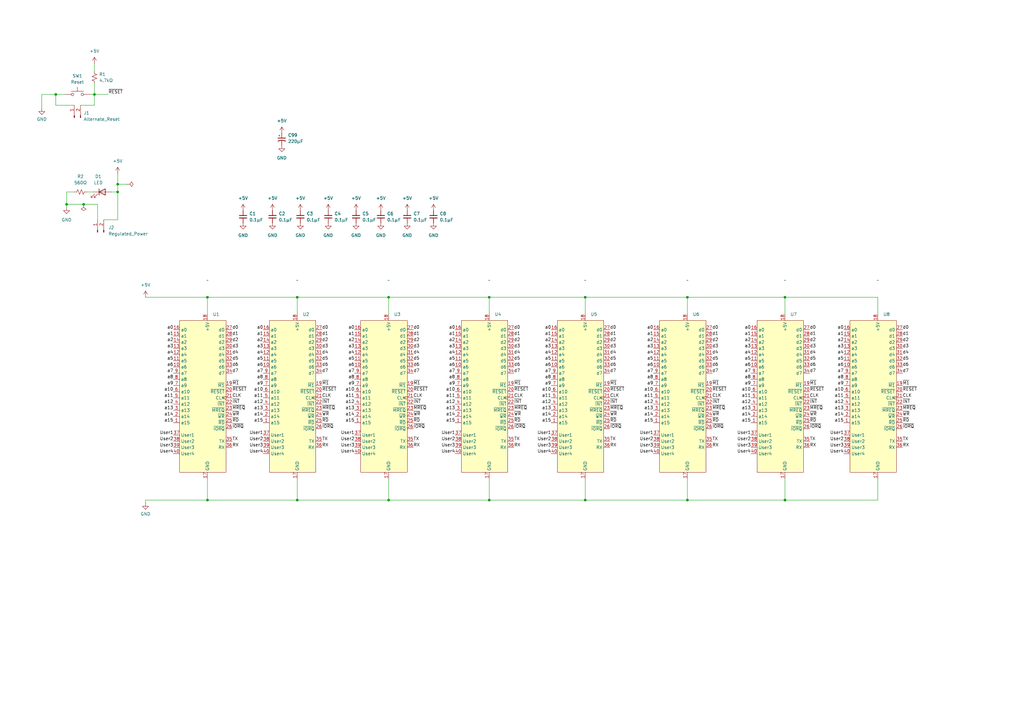
<source format=kicad_sch>
(kicad_sch (version 20231120) (generator "eeschema") (generator_version "8.0")
  (paper "A3")
  (lib_symbols
    (symbol "Connector:Conn_01x02_Pin" (pin_names (offset 1.016) hide)
      (property "Reference" "J" (at 0 2.54 0))
      (property "Value" "Conn_01x02_Pin" (at 0 -5.08 0))
      (symbol "Conn_01x02_Pin_1_1"
        (polyline (pts (xy 1.27 -2.54) (xy 0.8636 -2.54)) (stroke (width 0.1524)))
        (polyline (pts (xy 1.27 0) (xy 0.8636 0)) (stroke (width 0.1524)))
        (rectangle (start 0.8636 -2.413) (end 0 -2.667) (stroke (width 0.1524)) (fill (type outline)))
        (rectangle (start 0.8636 0.127) (end 0 -0.127) (stroke (width 0.1524)) (fill (type outline)))
        (pin passive line (at 5.08 0 180) (length 3.81) (name "Pin_1") (number "1"))
        (pin passive line (at 5.08 -2.54 180) (length 3.81) (name "Pin_2") (number "2"))
      )
    )
    (symbol "Device:C_Polarized_Small_US" (pin_numbers hide) (pin_names (offset 0.254) hide)
      (property "Reference" "C" (at 0.254 1.778 0))
      (property "Value" "C_Polarized_Small_US" (at 0.254 -2.032 0))
      (symbol "C_Polarized_Small_US_0_1"
        (polyline (pts (xy -1.524 0.508) (xy 1.524 0.508)) (stroke (width 0.3048)))
        (polyline (pts (xy -1.27 1.524) (xy -0.762 1.524)))
        (polyline (pts (xy -1.016 1.27) (xy -1.016 1.778)))
        (arc (start 1.524 -0.762) (mid 0 -0.3734) (end -1.524 -0.762) (stroke (width 0.3048)))
      )
      (symbol "C_Polarized_Small_US_1_1"
        (pin passive line (at 0 2.54 270) (length 2.032) (name "~") (number "1"))
        (pin passive line (at 0 -2.54 90) (length 2.032) (name "~") (number "2"))
      )
    )
    (symbol "Device:C_Small" (pin_numbers hide) (pin_names (offset 0.254) hide)
      (property "Reference" "C" (at 0.254 1.778 0))
      (property "Value" "C_Small" (at 0.254 -2.032 0))
      (symbol "C_Small_0_1"
        (polyline (pts (xy -1.524 -0.508) (xy 1.524 -0.508)) (stroke (width 0.3302)))
        (polyline (pts (xy -1.524 0.508) (xy 1.524 0.508)) (stroke (width 0.3048)))
      )
      (symbol "C_Small_1_1"
        (pin passive line (at 0 2.54 270) (length 2.032) (name "~") (number "1"))
        (pin passive line (at 0 -2.54 90) (length 2.032) (name "~") (number "2"))
      )
    )
    (symbol "Device:LED" (pin_numbers hide) (pin_names (offset 1.016) hide)
      (property "Reference" "D" (at 0 2.54 0))
      (property "Value" "LED" (at 0 -2.54 0))
      (symbol "LED_0_1"
        (polyline (pts (xy -1.27 -1.27) (xy -1.27 1.27)) (stroke (width 0.254)))
        (polyline (pts (xy -1.27 0) (xy 1.27 0)))
        (polyline (pts (xy 1.27 -1.27) (xy 1.27 1.27) (xy -1.27 0) (xy 1.27 -1.27)) (stroke (width 0.254)))
        (polyline (pts (xy -3.048 -0.762) (xy -4.572 -2.286) (xy -3.81 -2.286) (xy -4.572 -2.286) (xy -4.572 -1.524)))
        (polyline (pts (xy -1.778 -0.762) (xy -3.302 -2.286) (xy -2.54 -2.286) (xy -3.302 -2.286) (xy -3.302 -1.524)))
      )
      (symbol "LED_1_1"
        (pin passive line (at -3.81 0 0) (length 2.54) (name "K") (number "1"))
        (pin passive line (at 3.81 0 180) (length 2.54) (name "A") (number "2"))
      )
    )
    (symbol "Device:R_Small_US" (pin_numbers hide) (pin_names (offset 0.254) hide)
      (property "Reference" "R" (at 0.762 0.508 0))
      (property "Value" "R_Small_US" (at 0.762 -1.016 0))
      (symbol "R_Small_US_1_1"
        (polyline (pts (xy 0 0) (xy 1.016 -0.381) (xy 0 -0.762) (xy -1.016 -1.143) (xy 0 -1.524)))
        (polyline (pts (xy 0 1.524) (xy 1.016 1.143) (xy 0 0.762) (xy -1.016 0.381) (xy 0 0)))
        (pin passive line (at 0 2.54 270) (length 1.016) (name "~") (number "1"))
        (pin passive line (at 0 -2.54 90) (length 1.016) (name "~") (number "2"))
      )
    )
    (symbol "Switch:SW_Push" (pin_numbers hide) (pin_names (offset 1.016) hide)
      (property "Reference" "SW" (at 1.27 2.54 0))
      (property "Value" "SW_Push" (at 0 -1.524 0))
      (symbol "SW_Push_0_1"
        (circle (center -2.032 0) (radius 0.508))
        (polyline (pts (xy 0 1.27) (xy 0 3.048)))
        (polyline (pts (xy 2.54 1.27) (xy -2.54 1.27)))
        (circle (center 2.032 0) (radius 0.508))
        (pin passive line (at -5.08 0 0) (length 2.54) (name "1") (number "1"))
        (pin passive line (at 5.08 0 180) (length 2.54) (name "2") (number "2"))
      )
    )
    (symbol "power:+5V" (power) (pin_names (offset 0))
      (property "Value" "+5V" (at 0 3.556 0))
      (symbol "+5V_0_1"
        (polyline (pts (xy -0.762 1.27) (xy 0 2.54)))
        (polyline (pts (xy 0 0) (xy 0 2.54)))
        (polyline (pts (xy 0 2.54) (xy 0.762 1.27)))
      )
      (symbol "+5V_1_1"
        (pin power_in line (at 0 0 90) (length 0) hide (name "+5V") (number "1"))
      )
    )
    (symbol "power:GND" (power) (pin_names (offset 0))
      (property "Value" "GND" (at 0 -3.81 0))
      (symbol "GND_0_1"
        (polyline (pts (xy 0 0) (xy 0 -1.27) (xy 1.27 -1.27) (xy 0 -2.54) (xy -1.27 -1.27) (xy 0 -1.27)))
      )
      (symbol "GND_1_1"
        (pin power_in line (at 0 0 270) (length 0) hide (name "GND") (number "1"))
      )
    )
    (symbol "power:PWR_FLAG" (power) (pin_numbers hide) (pin_names (offset 0) hide)
      (property "Value" "PWR_FLAG" (at 0 3.81 0))
      (symbol "PWR_FLAG_0_0"
        (pin power_out line (at 0 0 90) (length 0) (name "pwr") (number "1"))
      )
      (symbol "PWR_FLAG_0_1"
        (polyline (pts (xy 0 0) (xy 0 1.27) (xy -1.016 1.905) (xy 0 2.54) (xy 1.016 1.905) (xy 0 1.27)))
      )
    )
    (symbol "rc2014:Basic-RC2014-Bus"
      (property "Reference" "U" (at 0 0 0))
      (symbol "Basic-RC2014-Bus_1_1"
        (rectangle (start -11.43 -16.51) (end 7.62 -78.74) (fill (type background)))
        (pin bidirectional line (at -13.97 -58.42 0) (length 2.54) (name "a15") (number "1"))
        (pin bidirectional line (at -13.97 -35.56 0) (length 2.54) (name "a6") (number "10"))
        (pin bidirectional line (at -13.97 -33.02 0) (length 2.54) (name "a5") (number "11"))
        (pin bidirectional line (at -13.97 -30.48 0) (length 2.54) (name "a4") (number "12"))
        (pin bidirectional line (at -13.97 -27.94 0) (length 2.54) (name "a3") (number "13"))
        (pin bidirectional line (at -13.97 -25.4 0) (length 2.54) (name "a2") (number "14"))
        (pin bidirectional line (at -13.97 -22.86 0) (length 2.54) (name "a1") (number "15"))
        (pin bidirectional line (at -13.97 -20.32 0) (length 2.54) (name "a0") (number "16"))
        (pin power_in line (at 0 -81.28 90) (length 2.54) (name "GND") (number "17"))
        (pin power_in line (at 0 -13.97 270) (length 2.54) (name "+5V") (number "18"))
        (pin bidirectional line (at 10.16 -43.18 180) (length 2.54) (name "~{M1}") (number "19"))
        (pin bidirectional line (at -13.97 -55.88 0) (length 2.54) (name "a14") (number "2"))
        (pin bidirectional line (at 10.16 -45.72 180) (length 2.54) (name "~{RESET}") (number "20"))
        (pin bidirectional clock (at 10.16 -48.26 180) (length 2.54) (name "CLK") (number "21"))
        (pin bidirectional line (at 10.16 -50.8 180) (length 2.54) (name "~{INT}") (number "22"))
        (pin bidirectional line (at 10.16 -53.34 180) (length 2.54) (name "~{MREQ}") (number "23"))
        (pin bidirectional line (at 10.16 -55.88 180) (length 2.54) (name "~{WR}") (number "24"))
        (pin bidirectional line (at 10.16 -58.42 180) (length 2.54) (name "~{RD}") (number "25"))
        (pin bidirectional line (at 10.16 -60.96 180) (length 2.54) (name "~{IORQ}") (number "26"))
        (pin bidirectional line (at 10.16 -20.32 180) (length 2.54) (name "d0") (number "27"))
        (pin bidirectional line (at 10.16 -22.86 180) (length 2.54) (name "d1") (number "28"))
        (pin bidirectional line (at 10.16 -25.4 180) (length 2.54) (name "d2") (number "29"))
        (pin bidirectional line (at -13.97 -53.34 0) (length 2.54) (name "a13") (number "3"))
        (pin bidirectional line (at 10.16 -27.94 180) (length 2.54) (name "d3") (number "30"))
        (pin bidirectional line (at 10.16 -30.48 180) (length 2.54) (name "d4") (number "31"))
        (pin bidirectional line (at 10.16 -33.02 180) (length 2.54) (name "d5") (number "32"))
        (pin bidirectional line (at 10.16 -35.56 180) (length 2.54) (name "d6") (number "33"))
        (pin bidirectional line (at 10.16 -38.1 180) (length 2.54) (name "d7") (number "34"))
        (pin bidirectional line (at 10.16 -66.04 180) (length 2.54) (name "TX") (number "35"))
        (pin bidirectional line (at 10.16 -68.58 180) (length 2.54) (name "RX") (number "36"))
        (pin bidirectional line (at -13.97 -63.5 0) (length 2.54) (name "User1") (number "37"))
        (pin bidirectional line (at -13.97 -66.04 0) (length 2.54) (name "User2") (number "38"))
        (pin bidirectional line (at -13.97 -68.58 0) (length 2.54) (name "User3") (number "39"))
        (pin bidirectional line (at -13.97 -50.8 0) (length 2.54) (name "a12") (number "4"))
        (pin bidirectional line (at -13.97 -71.12 0) (length 2.54) (name "User4") (number "40"))
        (pin bidirectional line (at -13.97 -48.26 0) (length 2.54) (name "a11") (number "5"))
        (pin bidirectional line (at -13.97 -45.72 0) (length 2.54) (name "a10") (number "6"))
        (pin bidirectional line (at -13.97 -43.18 0) (length 2.54) (name "a9") (number "7"))
        (pin bidirectional line (at -13.97 -40.64 0) (length 2.54) (name "a8") (number "8"))
        (pin bidirectional line (at -13.97 -38.1 0) (length 2.54) (name "a7") (number "9"))
      )
    )
  )
  (junction (at 281.94 121.92))
  (junction (at 240.03 121.92))
  (junction (at 85.09 205.105))
  (junction (at 34.29 83.82))
  (junction (at 200.66 205.105))
  (junction (at 321.945 121.92))
  (junction (at 121.92 205.105))
  (junction (at 48.26 75.565))
  (junction (at 121.92 121.92))
  (junction (at 321.945 205.105))
  (junction (at 38.735 38.735))
  (junction (at 27.305 83.82))
  (junction (at 159.385 205.105))
  (junction (at 281.94 205.105))
  (junction (at 200.66 121.92))
  (junction (at 85.09 121.92))
  (junction (at 159.385 121.92))
  (junction (at 48.26 78.74))
  (junction (at 240.03 205.105))
  (junction (at 22.86 38.735))
  (wire (pts (xy 27.305 83.82) (xy 27.305 85.09)))
  (wire (pts (xy 85.09 121.92) (xy 85.09 128.905)))
  (wire (pts (xy 281.94 205.105) (xy 321.945 205.105)))
  (wire (pts (xy 48.26 90.17) (xy 48.26 78.74)))
  (wire (pts (xy 30.48 78.74) (xy 27.305 78.74)))
  (wire (pts (xy 159.385 196.215) (xy 159.385 205.105)))
  (wire (pts (xy 240.03 196.215) (xy 240.03 205.105)))
  (wire (pts (xy 17.145 38.735) (xy 22.86 38.735)))
  (wire (pts (xy 48.26 75.565) (xy 48.26 78.74)))
  (wire (pts (xy 35.56 78.74) (xy 38.1 78.74)))
  (wire (pts (xy 85.09 205.105) (xy 121.92 205.105)))
  (wire (pts (xy 38.735 43.18) (xy 38.735 38.735)))
  (wire (pts (xy 159.385 121.92) (xy 200.66 121.92)))
  (wire (pts (xy 200.66 196.215) (xy 200.66 205.105)))
  (wire (pts (xy 321.945 121.92) (xy 321.945 128.905)))
  (wire (pts (xy 121.92 121.92) (xy 121.92 128.905)))
  (wire (pts (xy 360.045 121.92) (xy 360.045 128.905)))
  (wire (pts (xy 22.86 38.735) (xy 26.67 38.735)))
  (wire (pts (xy 42.545 90.17) (xy 48.26 90.17)))
  (wire (pts (xy 27.305 78.74) (xy 27.305 83.82)))
  (wire (pts (xy 281.94 121.92) (xy 321.945 121.92)))
  (wire (pts (xy 36.83 38.735) (xy 38.735 38.735)))
  (wire (pts (xy 200.66 121.92) (xy 200.66 128.905)))
  (wire (pts (xy 40.005 90.17) (xy 40.005 83.82)))
  (wire (pts (xy 200.66 205.105) (xy 240.03 205.105)))
  (wire (pts (xy 22.86 43.18) (xy 22.86 38.735)))
  (wire (pts (xy 321.945 196.215) (xy 321.945 205.105)))
  (wire (pts (xy 59.69 121.92) (xy 85.09 121.92)))
  (wire (pts (xy 159.385 205.105) (xy 200.66 205.105)))
  (wire (pts (xy 48.26 71.12) (xy 48.26 75.565)))
  (wire (pts (xy 48.26 75.565) (xy 52.07 75.565)))
  (wire (pts (xy 281.94 196.215) (xy 281.94 205.105)))
  (wire (pts (xy 85.09 196.215) (xy 85.09 205.105)))
  (wire (pts (xy 38.735 26.035) (xy 38.735 29.21)))
  (wire (pts (xy 85.09 121.92) (xy 121.92 121.92)))
  (wire (pts (xy 121.92 205.105) (xy 159.385 205.105)))
  (wire (pts (xy 59.69 205.105) (xy 59.69 206.375)))
  (wire (pts (xy 121.92 196.215) (xy 121.92 205.105)))
  (wire (pts (xy 360.045 205.105) (xy 360.045 196.215)))
  (wire (pts (xy 240.03 121.92) (xy 281.94 121.92)))
  (wire (pts (xy 281.94 121.92) (xy 281.94 128.905)))
  (wire (pts (xy 121.92 121.92) (xy 159.385 121.92)))
  (wire (pts (xy 33.02 43.18) (xy 38.735 43.18)))
  (wire (pts (xy 38.735 38.735) (xy 44.45 38.735)))
  (wire (pts (xy 40.005 83.82) (xy 34.29 83.82)))
  (wire (pts (xy 30.48 43.18) (xy 22.86 43.18)))
  (wire (pts (xy 321.945 121.92) (xy 360.045 121.92)))
  (wire (pts (xy 200.66 121.92) (xy 240.03 121.92)))
  (wire (pts (xy 48.26 78.74) (xy 45.72 78.74)))
  (wire (pts (xy 38.735 34.29) (xy 38.735 38.735)))
  (wire (pts (xy 240.03 121.92) (xy 240.03 128.905)))
  (wire (pts (xy 159.385 121.92) (xy 159.385 128.905)))
  (wire (pts (xy 85.09 205.105) (xy 59.69 205.105)))
  (wire (pts (xy 321.945 205.105) (xy 360.045 205.105)))
  (wire (pts (xy 34.29 83.82) (xy 27.305 83.82)))
  (wire (pts (xy 17.145 44.45) (xy 17.145 38.735)))
  (wire (pts (xy 240.03 205.105) (xy 281.94 205.105)))
  (label "~{RD}" (at 210.82 173.355 0))
  (label "User3" (at 346.075 183.515 180))
  (label "d0" (at 370.205 135.255 0))
  (label "~{M1}" (at 292.1 158.115 0))
  (label "a10" (at 71.12 160.655 180))
  (label "User4" (at 307.975 186.055 180))
  (label "User1" (at 226.06 178.435 180))
  (label "User4" (at 346.075 186.055 180))
  (label "a9" (at 186.69 158.115 180))
  (label "d2" (at 332.105 140.335 0))
  (label "a12" (at 267.97 165.735 180))
  (label "d1" (at 95.25 137.795 0))
  (label "User2" (at 226.06 180.975 180))
  (label "~{IORQ}" (at 250.19 175.895 0))
  (label "d4" (at 210.82 145.415 0))
  (label "a15" (at 267.97 173.355 180))
  (label "~{MREQ}" (at 250.19 168.275 0))
  (label "a11" (at 267.97 163.195 180))
  (label "a5" (at 226.06 147.955 180))
  (label "a13" (at 346.075 168.275 180))
  (label "a11" (at 186.69 163.195 180))
  (label "~{INT}" (at 250.19 165.735 0))
  (label "d0" (at 95.25 135.255 0))
  (label "a15" (at 307.975 173.355 180))
  (label "a10" (at 186.69 160.655 180))
  (label "a1" (at 346.075 137.795 180))
  (label "User1" (at 267.97 178.435 180))
  (label "a4" (at 226.06 145.415 180))
  (label "User4" (at 267.97 186.055 180))
  (label "CLK" (at 169.545 163.195 0))
  (label "d3" (at 250.19 142.875 0))
  (label "a7" (at 346.075 153.035 180))
  (label "a14" (at 346.075 170.815 180))
  (label "User4" (at 226.06 186.055 180))
  (label "~{MREQ}" (at 169.545 168.275 0))
  (label "~{WR}" (at 169.545 170.815 0))
  (label "RX" (at 169.545 183.515 0))
  (label "~{WR}" (at 250.19 170.815 0))
  (label "d5" (at 169.545 147.955 0))
  (label "a11" (at 107.95 163.195 180))
  (label "User1" (at 71.12 178.435 180))
  (label "d3" (at 332.105 142.875 0))
  (label "d3" (at 95.25 142.875 0))
  (label "d7" (at 95.25 153.035 0))
  (label "d6" (at 169.545 150.495 0))
  (label "a14" (at 107.95 170.815 180))
  (label "a7" (at 267.97 153.035 180))
  (label "~{M1}" (at 95.25 158.115 0))
  (label "a9" (at 226.06 158.115 180))
  (label "TX" (at 292.1 180.975 0))
  (label "~{RD}" (at 370.205 173.355 0))
  (label "~{WR}" (at 95.25 170.815 0))
  (label "d4" (at 95.25 145.415 0))
  (label "User2" (at 307.975 180.975 180))
  (label "d5" (at 292.1 147.955 0))
  (label "a0" (at 346.075 135.255 180))
  (label "d7" (at 370.205 153.035 0))
  (label "~{MREQ}" (at 332.105 168.275 0))
  (label "d1" (at 250.19 137.795 0))
  (label "a8" (at 145.415 155.575 180))
  (label "~{WR}" (at 370.205 170.815 0))
  (label "a1" (at 107.95 137.795 180))
  (label "~{RD}" (at 169.545 173.355 0))
  (label "User2" (at 71.12 180.975 180))
  (label "~{M1}" (at 250.19 158.115 0))
  (label "d7" (at 250.19 153.035 0))
  (label "~{M1}" (at 169.545 158.115 0))
  (label "~{INT}" (at 95.25 165.735 0))
  (label "a13" (at 307.975 168.275 180))
  (label "d4" (at 250.19 145.415 0))
  (label "User4" (at 107.95 186.055 180))
  (label "a14" (at 145.415 170.815 180))
  (label "a10" (at 226.06 160.655 180))
  (label "d2" (at 250.19 140.335 0))
  (label "d7" (at 292.1 153.035 0))
  (label "d6" (at 132.08 150.495 0))
  (label "RX" (at 210.82 183.515 0))
  (label "a13" (at 71.12 168.275 180))
  (label "RX" (at 292.1 183.515 0))
  (label "a15" (at 226.06 173.355 180))
  (label "CLK" (at 370.205 163.195 0))
  (label "d6" (at 370.205 150.495 0))
  (label "User3" (at 107.95 183.515 180))
  (label "a6" (at 307.975 150.495 180))
  (label "a5" (at 71.12 147.955 180))
  (label "a6" (at 71.12 150.495 180))
  (label "~{INT}" (at 332.105 165.735 0))
  (label "a3" (at 71.12 142.875 180))
  (label "d0" (at 169.545 135.255 0))
  (label "a8" (at 307.975 155.575 180))
  (label "~{INT}" (at 292.1 165.735 0))
  (label "d2" (at 132.08 140.335 0))
  (label "User1" (at 346.075 178.435 180))
  (label "a11" (at 226.06 163.195 180))
  (label "d1" (at 370.205 137.795 0))
  (label "~{M1}" (at 210.82 158.115 0))
  (label "a11" (at 145.415 163.195 180))
  (label "User4" (at 145.415 186.055 180))
  (label "a15" (at 145.415 173.355 180))
  (label "CLK" (at 210.82 163.195 0))
  (label "d4" (at 169.545 145.415 0))
  (label "a11" (at 71.12 163.195 180))
  (label "~{RESET}" (at 95.25 160.655 0))
  (label "a6" (at 226.06 150.495 180))
  (label "CLK" (at 292.1 163.195 0))
  (label "TX" (at 95.25 180.975 0))
  (label "a12" (at 71.12 165.735 180))
  (label "a1" (at 71.12 137.795 180))
  (label "a15" (at 186.69 173.355 180))
  (label "~{RESET}" (at 169.545 160.655 0))
  (label "a15" (at 71.12 173.355 180))
  (label "a12" (at 107.95 165.735 180))
  (label "CLK" (at 250.19 163.195 0))
  (label "User3" (at 186.69 183.515 180))
  (label "~{RD}" (at 332.105 173.355 0))
  (label "a0" (at 145.415 135.255 180))
  (label "~{IORQ}" (at 332.105 175.895 0))
  (label "a5" (at 346.075 147.955 180))
  (label "d4" (at 292.1 145.415 0))
  (label "a5" (at 307.975 147.955 180))
  (label "a3" (at 226.06 142.875 180))
  (label "a13" (at 267.97 168.275 180))
  (label "a8" (at 71.12 155.575 180))
  (label "a6" (at 186.69 150.495 180))
  (label "User4" (at 186.69 186.055 180))
  (label "a0" (at 267.97 135.255 180))
  (label "~{IORQ}" (at 95.25 175.895 0))
  (label "User2" (at 186.69 180.975 180))
  (label "a3" (at 107.95 142.875 180))
  (label "a15" (at 346.075 173.355 180))
  (label "d2" (at 210.82 140.335 0))
  (label "d7" (at 210.82 153.035 0))
  (label "User2" (at 107.95 180.975 180))
  (label "a1" (at 145.415 137.795 180))
  (label "d5" (at 250.19 147.955 0))
  (label "~{M1}" (at 132.08 158.115 0))
  (label "a4" (at 145.415 145.415 180))
  (label "d6" (at 250.19 150.495 0))
  (label "d0" (at 292.1 135.255 0))
  (label "d5" (at 132.08 147.955 0))
  (label "a10" (at 267.97 160.655 180))
  (label "d4" (at 370.205 145.415 0))
  (label "a5" (at 186.69 147.955 180))
  (label "~{RD}" (at 132.08 173.355 0))
  (label "a12" (at 145.415 165.735 180))
  (label "CLK" (at 95.25 163.195 0))
  (label "a4" (at 107.95 145.415 180))
  (label "d5" (at 370.205 147.955 0))
  (label "TX" (at 250.19 180.975 0))
  (label "d1" (at 169.545 137.795 0))
  (label "d0" (at 132.08 135.255 0))
  (label "d7" (at 169.545 153.035 0))
  (label "~{IORQ}" (at 370.205 175.895 0))
  (label "a7" (at 186.69 153.035 180))
  (label "~{RESET}" (at 250.19 160.655 0))
  (label "a0" (at 186.69 135.255 180))
  (label "a9" (at 145.415 158.115 180))
  (label "d2" (at 95.25 140.335 0))
  (label "TX" (at 370.205 180.975 0))
  (label "d2" (at 292.1 140.335 0))
  (label "d5" (at 210.82 147.955 0))
  (label "a15" (at 107.95 173.355 180))
  (label "User3" (at 307.975 183.515 180))
  (label "a14" (at 267.97 170.815 180))
  (label "a2" (at 307.975 140.335 180))
  (label "d1" (at 210.82 137.795 0))
  (label "a2" (at 226.06 140.335 180))
  (label "a4" (at 307.975 145.415 180))
  (label "~{RESET}" (at 370.205 160.655 0))
  (label "TX" (at 132.08 180.975 0))
  (label "a0" (at 307.975 135.255 180))
  (label "a12" (at 307.975 165.735 180))
  (label "a12" (at 186.69 165.735 180))
  (label "User3" (at 226.06 183.515 180))
  (label "d3" (at 169.545 142.875 0))
  (label "~{RD}" (at 250.19 173.355 0))
  (label "~{WR}" (at 292.1 170.815 0))
  (label "d0" (at 332.105 135.255 0))
  (label "User3" (at 145.415 183.515 180))
  (label "RX" (at 250.19 183.515 0))
  (label "a4" (at 346.075 145.415 180))
  (label "a11" (at 307.975 163.195 180))
  (label "TX" (at 332.105 180.975 0))
  (label "a1" (at 186.69 137.795 180))
  (label "~{MREQ}" (at 370.205 168.275 0))
  (label "d4" (at 332.105 145.415 0))
  (label "a13" (at 186.69 168.275 180))
  (label "~{INT}" (at 370.205 165.735 0))
  (label "a6" (at 346.075 150.495 180))
  (label "d6" (at 292.1 150.495 0))
  (label "User3" (at 267.97 183.515 180))
  (label "d6" (at 95.25 150.495 0))
  (label "~{MREQ}" (at 292.1 168.275 0))
  (label "RX" (at 132.08 183.515 0))
  (label "~{RESET}" (at 132.08 160.655 0))
  (label "CLK" (at 332.105 163.195 0))
  (label "~{RESET}" (at 292.1 160.655 0))
  (label "~{WR}" (at 210.82 170.815 0))
  (label "~{RESET}" (at 44.45 38.735 0))
  (label "a2" (at 145.415 140.335 180))
  (label "a8" (at 267.97 155.575 180))
  (label "~{RD}" (at 95.25 173.355 0))
  (label "a4" (at 186.69 145.415 180))
  (label "a3" (at 267.97 142.875 180))
  (label "User1" (at 186.69 178.435 180))
  (label "~{RD}" (at 292.1 173.355 0))
  (label "a1" (at 307.975 137.795 180))
  (label "User1" (at 307.975 178.435 180))
  (label "a11" (at 346.075 163.195 180))
  (label "a9" (at 346.075 158.115 180))
  (label "~{WR}" (at 332.105 170.815 0))
  (label "a13" (at 226.06 168.275 180))
  (label "a12" (at 346.075 165.735 180))
  (label "User2" (at 267.97 180.975 180))
  (label "a3" (at 186.69 142.875 180))
  (label "a0" (at 71.12 135.255 180))
  (label "a7" (at 107.95 153.035 180))
  (label "a10" (at 307.975 160.655 180))
  (label "a13" (at 145.415 168.275 180))
  (label "d3" (at 370.205 142.875 0))
  (label "~{RESET}" (at 210.82 160.655 0))
  (label "a7" (at 71.12 153.035 180))
  (label "~{IORQ}" (at 210.82 175.895 0))
  (label "d7" (at 332.105 153.035 0))
  (label "a8" (at 346.075 155.575 180))
  (label "a14" (at 226.06 170.815 180))
  (label "d2" (at 370.205 140.335 0))
  (label "User1" (at 145.415 178.435 180))
  (label "a7" (at 145.415 153.035 180))
  (label "User2" (at 346.075 180.975 180))
  (label "User1" (at 107.95 178.435 180))
  (label "~{IORQ}" (at 132.08 175.895 0))
  (label "~{IORQ}" (at 292.1 175.895 0))
  (label "d0" (at 210.82 135.255 0))
  (label "a9" (at 107.95 158.115 180))
  (label "d1" (at 332.105 137.795 0))
  (label "a6" (at 267.97 150.495 180))
  (label "a4" (at 267.97 145.415 180))
  (label "a13" (at 107.95 168.275 180))
  (label "a14" (at 71.12 170.815 180))
  (label "d5" (at 332.105 147.955 0))
  (label "a5" (at 145.415 147.955 180))
  (label "a5" (at 107.95 147.955 180))
  (label "a2" (at 186.69 140.335 180))
  (label "a8" (at 107.95 155.575 180))
  (label "a14" (at 307.975 170.815 180))
  (label "~{M1}" (at 332.105 158.115 0))
  (label "a12" (at 226.06 165.735 180))
  (label "~{INT}" (at 169.545 165.735 0))
  (label "~{INT}" (at 132.08 165.735 0))
  (label "TX" (at 210.82 180.975 0))
  (label "a4" (at 71.12 145.415 180))
  (label "a8" (at 186.69 155.575 180))
  (label "a0" (at 107.95 135.255 180))
  (label "d6" (at 210.82 150.495 0))
  (label "~{WR}" (at 132.08 170.815 0))
  (label "~{RESET}" (at 332.105 160.655 0))
  (label "RX" (at 95.25 183.515 0))
  (label "a0" (at 226.06 135.255 180))
  (label "~{MREQ}" (at 132.08 168.275 0))
  (label "d5" (at 95.25 147.955 0))
  (label "~{MREQ}" (at 95.25 168.275 0))
  (label "User2" (at 145.415 180.975 180))
  (label "a9" (at 267.97 158.115 180))
  (label "a6" (at 107.95 150.495 180))
  (label "a7" (at 226.06 153.035 180))
  (label "d0" (at 250.19 135.255 0))
  (label "a1" (at 226.06 137.795 180))
  (label "~{IORQ}" (at 169.545 175.895 0))
  (label "a10" (at 107.95 160.655 180))
  (label "RX" (at 332.105 183.515 0))
  (label "d6" (at 332.105 150.495 0))
  (label "d4" (at 132.08 145.415 0))
  (label "TX" (at 169.545 180.975 0))
  (label "a10" (at 346.075 160.655 180))
  (label "a3" (at 346.075 142.875 180))
  (label "a2" (at 267.97 140.335 180))
  (label "d3" (at 292.1 142.875 0))
  (label "a1" (at 267.97 137.795 180))
  (label "a3" (at 307.975 142.875 180))
  (label "a9" (at 307.975 158.115 180))
  (label "a7" (at 307.975 153.035 180))
  (label "a3" (at 145.415 142.875 180))
  (label "User4" (at 71.12 186.055 180))
  (label "d1" (at 292.1 137.795 0))
  (label "User3" (at 71.12 183.515 180))
  (label "a5" (at 267.97 147.955 180))
  (label "a6" (at 145.415 150.495 180))
  (label "a14" (at 186.69 170.815 180))
  (label "~{M1}" (at 370.205 158.115 0))
  (label "d3" (at 210.82 142.875 0))
  (label "a2" (at 107.95 140.335 180))
  (label "RX" (at 370.205 183.515 0))
  (label "d1" (at 132.08 137.795 0))
  (label "a9" (at 71.12 158.115 180))
  (label "~{INT}" (at 210.82 165.735 0))
  (label "d2" (at 169.545 140.335 0))
  (label "a2" (at 71.12 140.335 180))
  (label "a8" (at 226.06 155.575 180))
  (label "d7" (at 132.08 153.035 0))
  (label "d3" (at 132.08 142.875 0))
  (label "a2" (at 346.075 140.335 180))
  (label "a10" (at 145.415 160.655 180))
  (label "~{MREQ}" (at 210.82 168.275 0))
  (label "CLK" (at 132.08 163.195 0))
  (symbol (lib_id "power:+5V") (at 156.21 86.36 0) (unit 1)
    (property "Reference" "#PWR019" (effects (hide yes)))
    (property "Value" "+5V" (at 156.21 81.28 0))
  )
  (symbol (lib_id "Device:C_Small") (at 177.8 88.9 0) (unit 1)
    (property "Reference" "C8" (at 180.34 87.6363 0) (effects (justify left)))
    (property "Value" "0.1µF" (at 180.34 90.1763 0) (effects (justify left)))
    (property "Footprint" "Capacitor_THT:C_Disc_D5.0mm_W2.5mm_P5.00mm" (effects (hide yes)))
  )
  (symbol (lib_id "Device:C_Small") (at 167.005 88.9 0) (unit 1)
    (property "Reference" "C7" (at 169.545 87.6363 0) (effects (justify left)))
    (property "Value" "0.1µF" (at 169.545 90.1763 0) (effects (justify left)))
    (property "Footprint" "Capacitor_THT:C_Disc_D5.0mm_W2.5mm_P5.00mm" (effects (hide yes)))
  )
  (symbol (lib_id "power:+5V") (at 99.695 86.36 0) (unit 1)
    (property "Reference" "#PWR06" (effects (hide yes)))
    (property "Value" "+5V" (at 99.695 81.28 0))
  )
  (symbol (lib_id "power:+5V") (at 123.19 86.36 0) (unit 1)
    (property "Reference" "#PWR013" (effects (hide yes)))
    (property "Value" "+5V" (at 123.19 81.28 0))
  )
  (symbol (lib_id "rc2014:Basic-RC2014-Bus") (at 321.945 114.935 0) (unit 1)
    (property "Reference" "U7" (at 324.1391 128.905 0) (effects (justify left)))
    (property "Value" "~" (at 321.945 114.935 0))
    (property "Footprint" "Connector_PinSocket_2.54mm:PinSocket_1x40_P2.54mm_Vertical" (effects (hide yes)))
  )
  (symbol (lib_id "Device:C_Small") (at 123.19 88.9 0) (unit 1)
    (property "Reference" "C3" (at 125.73 87.6363 0) (effects (justify left)))
    (property "Value" "0.1µF" (at 125.73 90.1763 0) (effects (justify left)))
    (property "Footprint" "Capacitor_THT:C_Disc_D5.0mm_W2.5mm_P5.00mm" (effects (hide yes)))
  )
  (symbol (lib_id "power:GND") (at 111.76 91.44 0) (unit 1)
    (property "Reference" "#PWR012" (effects (hide yes)))
    (property "Value" "GND" (at 111.76 96.52 0))
  )
  (symbol (lib_id "rc2014:Basic-RC2014-Bus") (at 200.66 114.935 0) (unit 1)
    (property "Reference" "U4" (at 202.8541 128.905 0) (effects (justify left)))
    (property "Value" "~" (at 200.66 114.935 0))
    (property "Footprint" "Connector_PinSocket_2.54mm:PinSocket_1x40_P2.54mm_Vertical" (effects (hide yes)))
  )
  (symbol (lib_id "power:GND") (at 99.695 91.44 0) (unit 1)
    (property "Reference" "#PWR05" (effects (hide yes)))
    (property "Value" "GND" (at 99.695 96.52 0))
  )
  (symbol (lib_id "rc2014:Basic-RC2014-Bus") (at 360.045 114.935 0) (unit 1)
    (property "Reference" "U8" (at 362.2391 128.905 0) (effects (justify left)))
    (property "Value" "~" (at 360.045 114.935 0))
    (property "Footprint" "Connector_PinSocket_2.54mm:PinSocket_1x40_P2.54mm_Vertical" (effects (hide yes)))
  )
  (symbol (lib_id "rc2014:Basic-RC2014-Bus") (at 85.09 114.935 0) (unit 1)
    (property "Reference" "U1" (at 87.2841 128.905 0) (effects (justify left)))
    (property "Value" "~" (at 85.09 114.935 0))
    (property "Footprint" "Connector_PinSocket_2.54mm:PinSocket_1x40_P2.54mm_Vertical" (effects (hide yes)))
  )
  (symbol (lib_id "Device:C_Small") (at 146.05 88.9 0) (unit 1)
    (property "Reference" "C5" (at 148.59 87.6363 0) (effects (justify left)))
    (property "Value" "0.1µF" (at 148.59 90.1763 0) (effects (justify left)))
    (property "Footprint" "Capacitor_THT:C_Disc_D5.0mm_W2.5mm_P5.00mm" (effects (hide yes)))
  )
  (symbol (lib_id "power:GND") (at 134.62 91.44 0) (unit 1)
    (property "Reference" "#PWR016" (effects (hide yes)))
    (property "Value" "GND" (at 134.62 96.52 0))
  )
  (symbol (lib_id "rc2014:Basic-RC2014-Bus") (at 240.03 114.935 0) (unit 1)
    (property "Reference" "U5" (at 242.2241 128.905 0) (effects (justify left)))
    (property "Value" "~" (at 240.03 114.935 0))
    (property "Footprint" "Connector_PinSocket_2.54mm:PinSocket_1x40_P2.54mm_Vertical" (effects (hide yes)))
  )
  (symbol (lib_id "power:PWR_FLAG") (at 52.07 75.565 270) (unit 1)
    (property "Reference" "#FLG01" (effects (hide yes)))
    (property "Value" "PWR_FLAG" (effects (hide yes)))
  )
  (symbol (lib_id "power:+5V") (at 134.62 86.36 0) (unit 1)
    (property "Reference" "#PWR015" (effects (hide yes)))
    (property "Value" "+5V" (at 134.62 81.28 0))
  )
  (symbol (lib_id "rc2014:Basic-RC2014-Bus") (at 281.94 114.935 0) (unit 1)
    (property "Reference" "U6" (at 284.1341 128.905 0) (effects (justify left)))
    (property "Value" "~" (at 281.94 114.935 0))
    (property "Footprint" "Connector_PinSocket_2.54mm:PinSocket_1x40_P2.54mm_Vertical" (effects (hide yes)))
  )
  (symbol (lib_id "rc2014:Basic-RC2014-Bus") (at 159.385 114.935 0) (unit 1)
    (property "Reference" "U3" (at 161.5791 128.905 0) (effects (justify left)))
    (property "Value" "~" (at 159.385 114.935 0))
    (property "Footprint" "Connector_PinSocket_2.54mm:PinSocket_1x40_P2.54mm_Vertical" (effects (hide yes)))
  )
  (symbol (lib_id "power:GND") (at 115.57 59.69 0) (unit 1)
    (property "Reference" "#PWR010" (effects (hide yes)))
    (property "Value" "GND" (at 115.57 64.77 0))
  )
  (symbol (lib_id "power:GND") (at 156.21 91.44 0) (unit 1)
    (property "Reference" "#PWR020" (effects (hide yes)))
    (property "Value" "GND" (at 156.21 96.52 0))
  )
  (symbol (lib_id "Device:C_Small") (at 99.695 88.9 0) (unit 1)
    (property "Reference" "C1" (at 102.235 87.6363 0) (effects (justify left)))
    (property "Value" "0.1µF" (at 102.235 90.1763 0) (effects (justify left)))
    (property "Footprint" "Capacitor_THT:C_Disc_D5.0mm_W2.5mm_P5.00mm" (effects (hide yes)))
  )
  (symbol (lib_id "Device:R_Small_US") (at 38.735 31.75 0) (unit 1)
    (property "Reference" "R1" (at 40.64 30.48 0) (effects (justify left)))
    (property "Value" "4.7kΩ" (at 40.64 33.02 0) (effects (justify left)))
    (property "Footprint" "Resistor_THT:R_Axial_DIN0207_L6.3mm_D2.5mm_P10.16mm_Horizontal" (effects (hide yes)))
  )
  (symbol (lib_id "power:GND") (at 17.145 44.45 0) (unit 1)
    (property "Reference" "#PWR02" (effects (hide yes)))
    (property "Value" "GND" (at 17.145 48.895 0))
  )
  (symbol (lib_id "power:+5V") (at 59.69 121.92 0) (unit 1)
    (property "Reference" "#PWR04" (effects (hide yes)))
    (property "Value" "+5V" (at 59.69 116.84 0))
  )
  (symbol (lib_id "power:+5V") (at 115.57 54.61 0) (unit 1)
    (property "Reference" "#PWR09" (effects (hide yes)))
    (property "Value" "+5V" (at 115.57 49.53 0))
  )
  (symbol (lib_id "power:GND") (at 27.305 85.09 0) (unit 1)
    (property "Reference" "#PWR08" (effects (hide yes)))
    (property "Value" "GND" (at 27.305 90.17 0))
  )
  (symbol (lib_id "power:+5V") (at 111.76 86.36 0) (unit 1)
    (property "Reference" "#PWR011" (effects (hide yes)))
    (property "Value" "+5V" (at 111.76 81.28 0))
  )
  (symbol (lib_id "power:+5V") (at 38.735 26.035 0) (unit 1)
    (property "Reference" "#PWR03" (effects (hide yes)))
    (property "Value" "+5V" (at 38.735 20.955 0))
  )
  (symbol (lib_id "Device:C_Small") (at 111.76 88.9 0) (unit 1)
    (property "Reference" "C2" (at 114.3 87.6363 0) (effects (justify left)))
    (property "Value" "0.1µF" (at 114.3 90.1763 0) (effects (justify left)))
    (property "Footprint" "Capacitor_THT:C_Disc_D5.0mm_W2.5mm_P5.00mm" (effects (hide yes)))
  )
  (symbol (lib_id "power:GND") (at 59.69 206.375 0) (unit 1)
    (property "Reference" "#PWR01" (effects (hide yes)))
    (property "Value" "GND" (at 59.69 210.82 0))
  )
  (symbol (lib_id "power:+5V") (at 48.26 71.12 0) (unit 1)
    (property "Reference" "#PWR07" (effects (hide yes)))
    (property "Value" "+5V" (at 48.26 66.04 0))
  )
  (symbol (lib_id "Switch:SW_Push") (at 31.75 38.735 0) (unit 1)
    (property "Reference" "SW1" (at 31.75 31.115 0))
    (property "Value" "Reset" (at 31.75 33.655 0))
    (property "Footprint" "Button_Switch_THT:SW_PUSH_6mm" (effects (hide yes)))
  )
  (symbol (lib_id "power:+5V") (at 177.8 86.36 0) (unit 1)
    (property "Reference" "#PWR023" (effects (hide yes)))
    (property "Value" "+5V" (at 177.8 81.28 0))
  )
  (symbol (lib_id "power:GND") (at 146.05 91.44 0) (unit 1)
    (property "Reference" "#PWR018" (effects (hide yes)))
    (property "Value" "GND" (at 146.05 96.52 0))
  )
  (symbol (lib_id "Device:C_Small") (at 156.21 88.9 0) (unit 1)
    (property "Reference" "C6" (at 158.75 87.6363 0) (effects (justify left)))
    (property "Value" "0.1µF" (at 158.75 90.1763 0) (effects (justify left)))
    (property "Footprint" "Capacitor_THT:C_Disc_D5.0mm_W2.5mm_P5.00mm" (effects (hide yes)))
  )
  (symbol (lib_id "Device:C_Small") (at 134.62 88.9 0) (unit 1)
    (property "Reference" "C4" (at 137.16 87.6363 0) (effects (justify left)))
    (property "Value" "0.1µF" (at 137.16 90.1763 0) (effects (justify left)))
    (property "Footprint" "Capacitor_THT:C_Disc_D5.0mm_W2.5mm_P5.00mm" (effects (hide yes)))
  )
  (symbol (lib_id "Device:R_Small_US") (at 33.02 78.74 90) (unit 1)
    (property "Reference" "R2" (at 33.02 72.39 90))
    (property "Value" "560Ω" (at 33.02 74.93 90))
    (property "Footprint" "Resistor_THT:R_Axial_DIN0207_L6.3mm_D2.5mm_P10.16mm_Horizontal" (effects (hide yes)))
  )
  (symbol (lib_id "power:GND") (at 123.19 91.44 0) (unit 1)
    (property "Reference" "#PWR014" (effects (hide yes)))
    (property "Value" "GND" (at 123.19 96.52 0))
  )
  (symbol (lib_id "power:PWR_FLAG") (at 34.29 83.82 180) (unit 1)
    (property "Reference" "#FLG02" (effects (hide yes)))
    (property "Value" "PWR_FLAG" (effects (hide yes)))
  )
  (symbol (lib_id "power:+5V") (at 167.005 86.36 0) (unit 1)
    (property "Reference" "#PWR021" (effects (hide yes)))
    (property "Value" "+5V" (at 167.005 81.28 0))
  )
  (symbol (lib_id "Device:C_Polarized_Small_US") (at 115.57 57.15 0) (unit 1)
    (property "Reference" "C99" (at 118.11 55.4482 0) (effects (justify left)))
    (property "Value" "220µF" (at 118.11 57.9882 0) (effects (justify left)))
    (property "Footprint" "Capacitor_THT:CP_Radial_D8.0mm_P3.80mm" (effects (hide yes)))
  )
  (symbol (lib_id "Connector:Conn_01x02_Pin") (at 40.005 95.25 90) (unit 1)
    (property "Reference" "J2" (at 44.45 93.345 90) (effects (justify right)))
    (property "Value" "Regulated_Power" (at 44.45 95.885 90) (effects (justify right)))
    (property "Footprint" "TerminalBlock_TE-Connectivity:TerminalBlock_TE_282834-2_1x02_P2.54mm_Horizontal" (effects (hide yes)))
  )
  (symbol (lib_id "power:+5V") (at 146.05 86.36 0) (unit 1)
    (property "Reference" "#PWR017" (effects (hide yes)))
    (property "Value" "+5V" (at 146.05 81.28 0))
  )
  (symbol (lib_id "Device:LED") (at 41.91 78.74 0) (unit 1)
    (property "Reference" "D1" (at 40.3225 72.39 0))
    (property "Value" "LED" (at 40.3225 74.93 0))
    (property "Footprint" "LED_THT:LED_D3.0mm" (effects (hide yes)))
  )
  (symbol (lib_id "power:GND") (at 177.8 91.44 0) (unit 1)
    (property "Reference" "#PWR024" (effects (hide yes)))
    (property "Value" "GND" (at 177.8 96.52 0))
  )
  (symbol (lib_id "rc2014:Basic-RC2014-Bus") (at 121.92 114.935 0) (unit 1)
    (property "Reference" "U2" (at 124.1141 128.905 0) (effects (justify left)))
    (property "Value" "~" (at 121.92 114.935 0))
    (property "Footprint" "Connector_PinSocket_2.54mm:PinSocket_1x40_P2.54mm_Vertical" (effects (hide yes)))
  )
  (symbol (lib_id "power:GND") (at 167.005 91.44 0) (unit 1)
    (property "Reference" "#PWR022" (effects (hide yes)))
    (property "Value" "GND" (at 167.005 96.52 0))
  )
  (symbol (lib_id "Connector:Conn_01x02_Pin") (at 30.48 48.26 90) (unit 1)
    (property "Reference" "J1" (at 34.29 46.355 90) (effects (justify right)))
    (property "Value" "Alternate_Reset" (at 34.29 48.895 90) (effects (justify right)))
    (property "Footprint" "TerminalBlock_TE-Connectivity:TerminalBlock_TE_282834-2_1x02_P2.54mm_Horizontal" (effects (hide yes)))
  )
)
</source>
